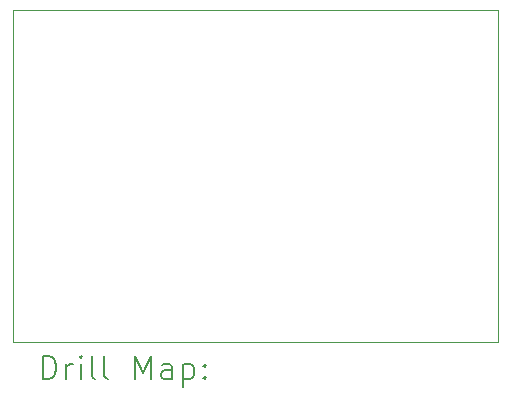
<source format=gbr>
%TF.GenerationSoftware,KiCad,Pcbnew,(6.0.10)*%
%TF.CreationDate,2023-02-10T15:15:15+05:30*%
%TF.ProjectId,protectionCkt,70726f74-6563-4746-996f-6e436b742e6b,rev?*%
%TF.SameCoordinates,Original*%
%TF.FileFunction,Drillmap*%
%TF.FilePolarity,Positive*%
%FSLAX45Y45*%
G04 Gerber Fmt 4.5, Leading zero omitted, Abs format (unit mm)*
G04 Created by KiCad (PCBNEW (6.0.10)) date 2023-02-10 15:15:15*
%MOMM*%
%LPD*%
G01*
G04 APERTURE LIST*
%ADD10C,0.100000*%
%ADD11C,0.200000*%
G04 APERTURE END LIST*
D10*
X11595100Y-7703820D02*
X15699740Y-7703820D01*
X15699740Y-7703820D02*
X15699740Y-10515600D01*
X15699740Y-10515600D02*
X11595100Y-10515600D01*
X11595100Y-10515600D02*
X11595100Y-7703820D01*
D11*
X11847719Y-10831076D02*
X11847719Y-10631076D01*
X11895338Y-10631076D01*
X11923909Y-10640600D01*
X11942957Y-10659648D01*
X11952481Y-10678695D01*
X11962005Y-10716790D01*
X11962005Y-10745362D01*
X11952481Y-10783457D01*
X11942957Y-10802505D01*
X11923909Y-10821552D01*
X11895338Y-10831076D01*
X11847719Y-10831076D01*
X12047719Y-10831076D02*
X12047719Y-10697743D01*
X12047719Y-10735838D02*
X12057243Y-10716790D01*
X12066767Y-10707267D01*
X12085814Y-10697743D01*
X12104862Y-10697743D01*
X12171528Y-10831076D02*
X12171528Y-10697743D01*
X12171528Y-10631076D02*
X12162005Y-10640600D01*
X12171528Y-10650124D01*
X12181052Y-10640600D01*
X12171528Y-10631076D01*
X12171528Y-10650124D01*
X12295338Y-10831076D02*
X12276290Y-10821552D01*
X12266767Y-10802505D01*
X12266767Y-10631076D01*
X12400100Y-10831076D02*
X12381052Y-10821552D01*
X12371528Y-10802505D01*
X12371528Y-10631076D01*
X12628671Y-10831076D02*
X12628671Y-10631076D01*
X12695338Y-10773933D01*
X12762005Y-10631076D01*
X12762005Y-10831076D01*
X12942957Y-10831076D02*
X12942957Y-10726314D01*
X12933433Y-10707267D01*
X12914386Y-10697743D01*
X12876290Y-10697743D01*
X12857243Y-10707267D01*
X12942957Y-10821552D02*
X12923909Y-10831076D01*
X12876290Y-10831076D01*
X12857243Y-10821552D01*
X12847719Y-10802505D01*
X12847719Y-10783457D01*
X12857243Y-10764410D01*
X12876290Y-10754886D01*
X12923909Y-10754886D01*
X12942957Y-10745362D01*
X13038195Y-10697743D02*
X13038195Y-10897743D01*
X13038195Y-10707267D02*
X13057243Y-10697743D01*
X13095338Y-10697743D01*
X13114386Y-10707267D01*
X13123909Y-10716790D01*
X13133433Y-10735838D01*
X13133433Y-10792981D01*
X13123909Y-10812029D01*
X13114386Y-10821552D01*
X13095338Y-10831076D01*
X13057243Y-10831076D01*
X13038195Y-10821552D01*
X13219148Y-10812029D02*
X13228671Y-10821552D01*
X13219148Y-10831076D01*
X13209624Y-10821552D01*
X13219148Y-10812029D01*
X13219148Y-10831076D01*
X13219148Y-10707267D02*
X13228671Y-10716790D01*
X13219148Y-10726314D01*
X13209624Y-10716790D01*
X13219148Y-10707267D01*
X13219148Y-10726314D01*
M02*

</source>
